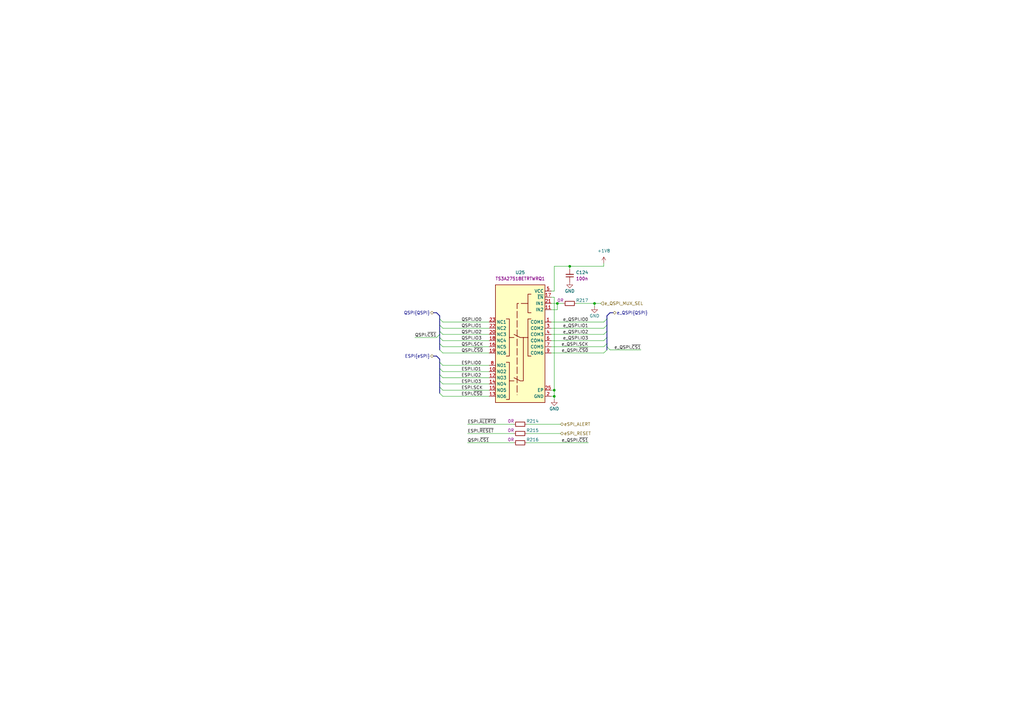
<source format=kicad_sch>
(kicad_sch (version 20250114) (generator "eeschema") (generator_version "9.0")
  (paper "A3")
  (title_block (title "BMC Reference Carrier Board") (date "2025-10-13") (rev "1.1.0"))
  (lib_symbols
    (symbol "antmicroCapacitors0402:C_100n_0402" (pin_numbers (hide yes)) (pin_names (hide yes))
      (property "Reference" "C" (at 20.32 -5.08 0))
      (property "Val" "100n" (at 20.32 -7.62 0))
      (symbol "C_100n_0402_0_1"
        (polyline (pts (xy 2.032 -1.524) (xy 2.032 1.524)) (stroke (width 0.3048)))
        (polyline (pts (xy 3.048 -1.524) (xy 3.048 1.524)) (stroke (width 0.3302)))
      )
      (symbol "C_100n_0402_1_1"
        (pin passive line (at 0 0 0) (length 2.032) (name "~") (number "1"))
        (pin passive line (at 5.08 0 180) (length 2.032) (name "~") (number "2"))
      )
    )
    (symbol "antmicroInterfaceAnalogSwitchesMultiplexersDemultiplexers:TS3A27518E_QFN"
      (property "Reference" "U" (at 39.37 -2.54 0))
      (property "MPN" "TS3A27518ETRTWRQ1" (at 39.37 -12.7 0))
      (symbol "TS3A27518E_QFN_1_1"
        (rectangle (start 2.54 2.54) (end 22.86 -45.72) (stroke (width 0.254)) (fill (type background)))
        (polyline (pts (xy 8.255 -8.89) (xy 9.525 -8.89) (xy 9.525 -1.27) (xy 8.255 -1.27)) (stroke (width 0.254)))
        (polyline (pts (xy 9.525 -5.08) (xy 13.97 -5.08) (xy 13.97 -42.545)) (stroke (width 0.254) (type dash)))
        (polyline (pts (xy 9.525 -19.05) (xy 11.43 -19.05)) (stroke (width 0.254)))
        (polyline (pts (xy 9.525 -19.05) (xy 9.525 -11.43) (xy 8.255 -11.43)) (stroke (width 0.254)))
        (polyline (pts (xy 9.525 -19.05) (xy 9.525 -26.67) (xy 8.255 -26.67)) (stroke (width 0.254)))
        (polyline (pts (xy 11.43 -19.05) (xy 12.7 -19.05) (xy 15.24 -17.78)) (stroke (width 0.254)))
        (polyline (pts (xy 11.43 -19.05) (xy 11.43 -36.83) (xy 12.7 -36.83) (xy 15.24 -35.56)) (stroke (width 0.254)))
        (polyline (pts (xy 17.145 -19.05) (xy 15.24 -19.05)) (stroke (width 0.254)))
        (polyline (pts (xy 17.145 -19.05) (xy 17.145 -11.43) (xy 18.415 -11.43)) (stroke (width 0.254)))
        (polyline (pts (xy 17.145 -19.05) (xy 17.145 -26.67) (xy 18.415 -26.67)) (stroke (width 0.254)))
        (polyline (pts (xy 17.145 -36.83) (xy 15.24 -36.83)) (stroke (width 0.254)))
        (polyline (pts (xy 17.145 -36.83) (xy 17.145 -29.21) (xy 18.415 -29.21)) (stroke (width 0.254)))
        (polyline (pts (xy 17.145 -36.83) (xy 17.145 -44.45) (xy 18.415 -44.45)) (stroke (width 0.254)))
        (pin power_in line (at 0 0 0) (length 2.54) (name "VCC") (number "5"))
        (pin input line (at 0 -2.54 0) (length 2.54) (name "~{EN}") (number "17"))
        (pin input line (at 0 -5.08 0) (length 2.54) (name "IN1") (number "21"))
        (pin input line (at 0 -7.62 0) (length 2.54) (name "IN2") (number "11"))
        (pin passive line (at 0 -12.7 0) (length 2.54) (name "COM1") (number "1"))
        (pin passive line (at 0 -15.24 0) (length 2.54) (name "COM2") (number "3"))
        (pin passive line (at 0 -17.78 0) (length 2.54) (name "COM3") (number "4"))
        (pin passive line (at 0 -20.32 0) (length 2.54) (name "COM4") (number "6"))
        (pin passive line (at 0 -22.86 0) (length 2.54) (name "COM5") (number "7"))
        (pin passive line (at 0 -25.4 0) (length 2.54) (name "COM6") (number "9"))
        (pin power_in line (at 0 -40.64 0) (length 2.54) (name "EP") (number "25"))
        (pin power_in line (at 0 -43.18 0) (length 2.54) (name "GND") (number "2"))
        (pin no_connect line (at 2.54 -38.1 0) (length 2.54) (hide yes) (name "NC") (number "24"))
        (pin passive line (at 25.4 -12.7 180) (length 2.54) (name "NC1") (number "23"))
        (pin passive line (at 25.4 -15.24 180) (length 2.54) (name "NC2") (number "22"))
        (pin passive line (at 25.4 -17.78 180) (length 2.54) (name "NC3") (number "20"))
        (pin passive line (at 25.4 -20.32 180) (length 2.54) (name "NC4") (number "18"))
        (pin passive line (at 25.4 -22.86 180) (length 2.54) (name "NC5") (number "16"))
        (pin passive line (at 25.4 -25.4 180) (length 2.54) (name "NC6") (number "19"))
        (pin passive line (at 25.4 -30.48 180) (length 2.54) (name "NO1") (number "8"))
        (pin passive line (at 25.4 -33.02 180) (length 2.54) (name "NO2") (number "10"))
        (pin passive line (at 25.4 -35.56 180) (length 2.54) (name "NO3") (number "12"))
        (pin passive line (at 25.4 -38.1 180) (length 2.54) (name "NO4") (number "14"))
        (pin passive line (at 25.4 -40.64 180) (length 2.54) (name "NO5") (number "15"))
        (pin passive line (at 25.4 -43.18 180) (length 2.54) (name "NO6") (number "13"))
      )
    )
    (symbol "antmicroResistors0402:R_0R_0402" (pin_numbers (hide yes)) (pin_names (hide yes))
      (property "Reference" "R" (at 20.32 -5.08 0))
      (property "Val" "0R" (at 20.32 -7.62 0))
      (symbol "R_0R_0402_0_1"
        (rectangle (start 0.635 0.889) (end 4.445 -0.889) (stroke (width 0.254)))
      )
      (symbol "R_0R_0402_1_1"
        (pin passive line (at 0 0 0) (length 0.635) (name "~") (number "1"))
        (pin passive line (at 5.08 0 180) (length 0.635) (name "~") (number "2"))
      )
    )
    (symbol "antmicropower:+1V8" (power) (pin_numbers (hide yes)) (pin_names (hide yes))
      (property "Value" "+1V8" (at -3.175 2.54 0))
      (symbol "+1V8_1_1"
        (polyline (pts (xy -0.762 1.27) (xy 0 2.54)) (fill (type background)))
        (polyline (pts (xy 0 2.54) (xy 0.762 1.27)) (fill (type background)))
        (polyline (pts (xy 0 0) (xy 0 2.54)) (fill (type background)))
        (pin power_in line (at 0 0 90) (length 0) (hide yes) (name "+1V8") (number "1"))
      )
    )
    (symbol "antmicropower:GND" (power) (pin_numbers (hide yes)) (pin_names (hide yes))
      (property "Value" "GND" (at 8.89 -5.08 0))
      (symbol "GND_1_1"
        (polyline (pts (xy 0 0) (xy 0 -1.27) (xy 1.27 -1.27) (xy 0 -2.54) (xy -1.27 -1.27) (xy 0 -1.27)))
        (pin power_in line (at 0 0 270) (length 0) (name "GND") (number "1"))
      )
    )
  )
  (junction (at 243.84 124.46))
  (junction (at 227.33 160.02))
  (junction (at 228.6 124.46))
  (junction (at 227.33 162.56))
  (junction (at 233.68 109.22))
  (bus_entry (at 180.34 135.89) (size 1.27 1.27))
  (bus_entry (at 248.92 140.97) (size -1.27 1.27))
  (bus_entry (at 248.92 133.35) (size -1.27 1.27))
  (bus_entry (at 180.34 156.21) (size 1.27 1.27))
  (bus_entry (at 180.34 161.29) (size 1.27 1.27))
  (bus_entry (at 180.34 130.81) (size 1.27 1.27))
  (bus_entry (at 180.34 148.59) (size 1.27 1.27))
  (bus_entry (at 180.34 133.35) (size 1.27 1.27))
  (bus_entry (at 180.34 140.97) (size 1.27 1.27))
  (bus_entry (at 248.92 130.81) (size -1.27 1.27))
  (bus_entry (at 180.34 151.13) (size 1.27 1.27))
  (bus_entry (at 180.34 137.16) (size -1.27 1.27))
  (bus_entry (at 248.92 143.51) (size -1.27 1.27))
  (bus_entry (at 248.92 135.89) (size -1.27 1.27))
  (bus_entry (at 180.34 158.75) (size 1.27 1.27))
  (bus_entry (at 180.34 138.43) (size 1.27 1.27))
  (bus_entry (at 180.34 153.67) (size 1.27 1.27))
  (bus_entry (at 180.34 143.51) (size 1.27 1.27))
  (bus_entry (at 248.92 142.24) (size 1.27 1.27))
  (bus_entry (at 248.92 138.43) (size -1.27 1.27))
  (bus (pts (xy 248.92 142.24) (xy 248.92 143.51)))
  (wire (pts (xy 181.61 134.62) (xy 200.66 134.62)))
  (wire (pts (xy 181.61 132.08) (xy 200.66 132.08)))
  (wire (pts (xy 262.89 143.51) (xy 250.19 143.51)))
  (wire (pts (xy 247.65 134.62) (xy 226.06 134.62)))
  (wire (pts (xy 233.68 109.22) (xy 247.65 109.22)))
  (wire (pts (xy 228.6 127) (xy 228.6 124.46)))
  (wire (pts (xy 247.65 139.7) (xy 226.06 139.7)))
  (wire (pts (xy 227.33 109.22) (xy 227.33 119.38)))
  (bus (pts (xy 177.8 128.27) (xy 179.07 128.27)))
  (wire (pts (xy 227.33 119.38) (xy 226.06 119.38)))
  (wire (pts (xy 227.33 160.02) (xy 227.33 121.92)))
  (wire (pts (xy 181.61 152.4) (xy 200.66 152.4)))
  (bus (pts (xy 180.34 133.35) (xy 180.34 135.89)))
  (bus (pts (xy 180.34 148.59) (xy 180.34 151.13)))
  (wire (pts (xy 181.61 139.7) (xy 200.66 139.7)))
  (bus (pts (xy 180.34 156.21) (xy 180.34 158.75)))
  (bus (pts (xy 248.92 138.43) (xy 248.92 140.97)))
  (wire (pts (xy 243.84 124.46) (xy 243.84 125.73)))
  (bus (pts (xy 248.92 133.35) (xy 248.92 135.89)))
  (wire (pts (xy 227.33 162.56) (xy 226.06 162.56)))
  (wire (pts (xy 181.61 137.16) (xy 200.66 137.16)))
  (wire (pts (xy 228.6 124.46) (xy 226.06 124.46)))
  (bus (pts (xy 177.8 146.05) (xy 179.07 146.05)))
  (wire (pts (xy 247.65 132.08) (xy 226.06 132.08)))
  (bus (pts (xy 180.34 135.89) (xy 180.34 137.16)))
  (wire (pts (xy 247.65 142.24) (xy 226.06 142.24)))
  (bus (pts (xy 180.34 130.81) (xy 180.34 133.35)))
  (wire (pts (xy 181.61 149.86) (xy 200.66 149.86)))
  (wire (pts (xy 243.84 124.46) (xy 236.22 124.46)))
  (wire (pts (xy 227.33 121.92) (xy 226.06 121.92)))
  (wire (pts (xy 179.07 138.43) (xy 170.18 138.43)))
  (bus (pts (xy 248.92 140.97) (xy 248.92 142.24)))
  (wire (pts (xy 227.33 162.56) (xy 227.33 160.02)))
  (wire (pts (xy 181.61 162.56) (xy 200.66 162.56)))
  (wire (pts (xy 210.82 173.99) (xy 191.77 173.99)))
  (bus (pts (xy 248.92 130.81) (xy 248.92 133.35)))
  (bus (pts (xy 180.34 138.43) (xy 180.34 140.97)))
  (wire (pts (xy 181.61 157.48) (xy 200.66 157.48)))
  (wire (pts (xy 229.87 173.99) (xy 215.9 173.99)))
  (bus (pts (xy 180.34 137.16) (xy 180.34 138.43)))
  (wire (pts (xy 241.3 181.61) (xy 215.9 181.61)))
  (wire (pts (xy 191.77 181.61) (xy 210.82 181.61)))
  (wire (pts (xy 247.65 107.95) (xy 247.65 109.22)))
  (bus (pts (xy 180.34 147.32) (xy 180.34 148.59)))
  (wire (pts (xy 210.82 177.8) (xy 191.77 177.8)))
  (bus (pts (xy 180.34 140.97) (xy 180.34 143.51)))
  (wire (pts (xy 181.61 142.24) (xy 200.66 142.24)))
  (wire (pts (xy 181.61 144.78) (xy 200.66 144.78)))
  (bus (pts (xy 251.46 128.27) (xy 250.19 128.27)))
  (wire (pts (xy 229.87 177.8) (xy 215.9 177.8)))
  (wire (pts (xy 233.68 109.22) (xy 233.68 110.49)))
  (wire (pts (xy 246.38 124.46) (xy 243.84 124.46)))
  (wire (pts (xy 247.65 144.78) (xy 226.06 144.78)))
  (bus (pts (xy 180.34 129.54) (xy 180.34 130.81)))
  (wire (pts (xy 226.06 127) (xy 228.6 127)))
  (bus (pts (xy 248.92 135.89) (xy 248.92 138.43)))
  (bus (pts (xy 179.07 128.27) (xy 180.34 129.54)))
  (wire (pts (xy 227.33 160.02) (xy 226.06 160.02)))
  (bus (pts (xy 180.34 151.13) (xy 180.34 153.67)))
  (wire (pts (xy 247.65 137.16) (xy 226.06 137.16)))
  (bus (pts (xy 250.19 128.27) (xy 248.92 129.54)))
  (bus (pts (xy 179.07 146.05) (xy 180.34 147.32)))
  (bus (pts (xy 248.92 129.54) (xy 248.92 130.81)))
  (wire (pts (xy 231.14 124.46) (xy 228.6 124.46)))
  (bus (pts (xy 180.34 158.75) (xy 180.34 161.29)))
  (bus (pts (xy 180.34 153.67) (xy 180.34 156.21)))
  (wire (pts (xy 181.61 160.02) (xy 200.66 160.02)))
  (wire (pts (xy 227.33 163.83) (xy 227.33 162.56)))
  (wire (pts (xy 233.68 109.22) (xy 227.33 109.22)))
  (wire (pts (xy 181.61 154.94) (xy 200.66 154.94)))
  (label "e_QSPI.SCK" (at 241.3 142.24 180))
  (label "ESPI.SCK" (at 189.23 160.02 0))
  (label "QSPI.~{CS1}" (at 191.77 181.61 0))
  (label "ESPI.IO0" (at 189.23 149.86 0))
  (label "ESPI.IO1" (at 189.23 152.4 0))
  (label "e_QSPI.~{CS1}" (at 262.89 143.51 180))
  (label "e_QSPI.IO2" (at 241.3 137.16 180))
  (label "QSPI.IO0" (at 189.23 132.08 0))
  (label "e_QSPI.~{CS1}" (at 241.3 181.61 180))
  (label "QSPI.IO1" (at 189.23 134.62 0))
  (label "ESPI.IO2" (at 189.23 154.94 0))
  (label "ESPI.~{RESET}" (at 191.77 177.8 0))
  (label "ESPI.~{ALERT0}" (at 191.77 173.99 0))
  (label "QSPI.SCK" (at 189.23 142.24 0))
  (label "e_QSPI.IO0" (at 241.3 132.08 180))
  (label "e_QSPI.IO1" (at 241.3 134.62 180))
  (label "QSPI.IO3" (at 189.23 139.7 0))
  (label "QSPI.~{CS1}" (at 170.18 138.43 0))
  (label "QSPI.~{CS0}" (at 189.23 144.78 0))
  (label "QSPI.IO2" (at 189.23 137.16 0))
  (label "ESPI.IO3" (at 189.23 157.48 0))
  (label "e_QSPI.~{CS0}" (at 241.3 144.78 180))
  (label "ESPI.~{CS0}" (at 189.23 162.56 0))
  (label "e_QSPI.IO3" (at 241.3 139.7 180))
  (hierarchical_label "QSPI{QSPI}" (shape bidirectional) (at 177.8 128.27 180))
  (hierarchical_label "e_QSPI_MUX_SEL" (shape input) (at 246.38 124.46 0))
  (hierarchical_label "e_QSPI{QSPI}" (shape bidirectional) (at 251.46 128.27 0))
  (hierarchical_label "eSPI_RESET" (shape bidirectional) (at 229.87 177.8 0))
  (hierarchical_label "eSPI_ALERT" (shape bidirectional) (at 229.87 173.99 0))
  (hierarchical_label "ESPI{eSPI}" (shape bidirectional) (at 177.8 146.05 180))
  (symbol (lib_id "antmicroResistors0402:R_0R_0402") (at 215.9 181.61 0) (mirror y) (unit 1)
    (property "Reference" "R216" (at 218.44 180.34 0))
    (property "Value" "R_0R_0402" (effects (hide yes)))
    (property "Footprint" "antmicro-footprints:R_0402_1005Metric" (effects (hide yes)))
    (property "Datasheet" "https://industrial.panasonic.com/cdbs/www-data/pdf/RDA0000/AOA0000C301.pdf" (effects (hide yes)))
    (property "Description" "SMD Chip Resistor, Jumper, 0 ohm, 100 mW, 0402 [1005 Metric], Thick Film, General Purpose" (effects (hide yes)))
    (property "MPN" "ERJ2GE0R00X" (effects (hide yes)))
    (property "Manufacturer" "Panasonic" (effects (hide yes)))
    (property "License" "Apache-2.0" (effects (hide yes)))
    (property "Author" "Antmicro" (effects (hide yes)))
    (property "Val" "0R" (at 209.55 180.34 0))
    (property "Current" "1A" (effects (hide yes)))
  )
  (symbol (lib_id "antmicropower:GND") (at 233.68 115.57 0) (mirror y) (unit 1)
    (property "Reference" "#PWR0228" (effects (hide yes)))
    (property "Value" "GND" (at 233.68 119.38 0))
    (property "Author" "Antmicro" (effects (hide yes)))
    (property "License" "Apache-2.0" (effects (hide yes)))
  )
  (symbol (lib_id "antmicropower:GND") (at 243.84 125.73 0) (mirror y) (unit 1)
    (property "Reference" "#PWR0430" (effects (hide yes)))
    (property "Value" "GND" (at 243.84 129.54 0))
    (property "Author" "Antmicro" (effects (hide yes)))
    (property "License" "Apache-2.0" (effects (hide yes)))
  )
  (symbol (lib_id "antmicroInterfaceAnalogSwitchesMultiplexersDemultiplexers:TS3A27518E_QFN") (at 226.06 119.38 0) (mirror y) (unit 1)
    (property "Reference" "U25" (at 213.36 111.76 0))
    (property "Value" "TS3A27518E_QFN" (effects (hide yes)))
    (property "Footprint" "antmicro-footprints:QFN-24-1EP_4x4mm_P0.5mm_EP2.6x2.6mm" (effects (hide yes)))
    (property "Datasheet" "https://www.ti.com/lit/ds/symlink/ts3a27518e-q1.pdf?HQS=dis-mous-null-mousermode-dsf-pf-null-wwe&ts=1685014732392&ref_url=https%253A%252F%252Fwww.mouser.com%252F" (effects (hide yes)))
    (property "Description" "Interface analog switch/multiplexer/demultiplexer" (effects (hide yes)))
    (property "MPN" "TS3A27518ETRTWRQ1" (at 213.36 114.3 0))
    (property "Manufacturer" "Texas Instruments" (effects (hide yes)))
    (property "Author" "Antmicro" (effects (hide yes)))
    (property "License" "Apache-2.0" (effects (hide yes)))
  )
  (symbol (lib_id "antmicropower:GND") (at 227.33 163.83 0) (mirror y) (unit 1)
    (property "Reference" "#PWR0227" (effects (hide yes)))
    (property "Value" "GND" (at 227.33 167.64 0))
    (property "Author" "Antmicro" (effects (hide yes)))
    (property "License" "Apache-2.0" (effects (hide yes)))
  )
  (symbol (lib_id "antmicroResistors0402:R_0R_0402") (at 215.9 177.8 0) (mirror y) (unit 1)
    (property "Reference" "R215" (at 218.44 176.53 0))
    (property "Value" "R_0R_0402" (effects (hide yes)))
    (property "Footprint" "antmicro-footprints:R_0402_1005Metric" (effects (hide yes)))
    (property "Datasheet" "https://industrial.panasonic.com/cdbs/www-data/pdf/RDA0000/AOA0000C301.pdf" (effects (hide yes)))
    (property "Description" "SMD Chip Resistor, Jumper, 0 ohm, 100 mW, 0402 [1005 Metric], Thick Film, General Purpose" (effects (hide yes)))
    (property "MPN" "ERJ2GE0R00X" (effects (hide yes)))
    (property "Manufacturer" "Panasonic" (effects (hide yes)))
    (property "License" "Apache-2.0" (effects (hide yes)))
    (property "Author" "Antmicro" (effects (hide yes)))
    (property "Val" "0R" (at 209.55 176.53 0))
    (property "Current" "1A" (effects (hide yes)))
  )
  (symbol (lib_id "antmicroResistors0402:R_0R_0402") (at 236.22 124.46 0) (mirror y) (unit 1)
    (property "Reference" "R217" (at 238.76 123.19 0))
    (property "Value" "R_0R_0402" (effects (hide yes)))
    (property "Footprint" "antmicro-footprints:R_0402_1005Metric" (effects (hide yes)))
    (property "Datasheet" "https://industrial.panasonic.com/cdbs/www-data/pdf/RDA0000/AOA0000C301.pdf" (effects (hide yes)))
    (property "Description" "SMD Chip Resistor, Jumper, 0 ohm, 100 mW, 0402 [1005 Metric], Thick Film, General Purpose" (effects (hide yes)))
    (property "MPN" "ERJ2GE0R00X" (effects (hide yes)))
    (property "Manufacturer" "Panasonic" (effects (hide yes)))
    (property "License" "Apache-2.0" (effects (hide yes)))
    (property "Author" "Antmicro" (effects (hide yes)))
    (property "Val" "0R" (at 229.87 123.19 0))
    (property "Current" "1A" (effects (hide yes)))
  )
  (symbol (lib_id "antmicropower:+1V8") (at 247.65 107.95 0) (unit 1)
    (property "Reference" "#PWR0229" (effects (hide yes)))
    (property "Value" "+1V8" (at 247.65 102.87 0))
    (property "Author" "Antmicro" (effects (hide yes)))
    (property "License" "Apache-2.0" (effects (hide yes)))
  )
  (symbol (lib_id "antmicroResistors0402:R_0R_0402") (at 215.9 173.99 0) (mirror y) (unit 1)
    (property "Reference" "R214" (at 218.44 172.72 0))
    (property "Value" "R_0R_0402" (effects (hide yes)))
    (property "Footprint" "antmicro-footprints:R_0402_1005Metric" (effects (hide yes)))
    (property "Datasheet" "https://industrial.panasonic.com/cdbs/www-data/pdf/RDA0000/AOA0000C301.pdf" (effects (hide yes)))
    (property "Description" "SMD Chip Resistor, Jumper, 0 ohm, 100 mW, 0402 [1005 Metric], Thick Film, General Purpose" (effects (hide yes)))
    (property "MPN" "ERJ2GE0R00X" (effects (hide yes)))
    (property "Manufacturer" "Panasonic" (effects (hide yes)))
    (property "License" "Apache-2.0" (effects (hide yes)))
    (property "Author" "Antmicro" (effects (hide yes)))
    (property "Val" "0R" (at 209.55 172.72 0))
    (property "Current" "1A" (effects (hide yes)))
  )
  (symbol (lib_id "antmicroCapacitors0402:C_100n_0402") (at 233.68 115.57 90) (unit 1)
    (property "Reference" "C124" (at 236.22 111.7536 90) (effects (justify right)))
    (property "Value" "C_100n_0402" (effects (hide yes)))
    (property "Footprint" "antmicro-footprints:C_0402_1005Metric" (effects (hide yes)))
    (property "Datasheet" "https://www.murata.com/products/productdetail?partno=GRM155R61H104KE14%23" (effects (hide yes)))
    (property "Description" "SMD Multilayer Ceramic Capacitor, 0.1 µF, 50 V, 0402 [1005 Metric], ± 10%, X5R, GRM Series" (effects (hide yes)))
    (property "MPN" "GRM155R61H104KE14D" (effects (hide yes)))
    (property "Manufacturer" "Murata" (effects (hide yes)))
    (property "License" "Apache-2.0" (effects (hide yes)))
    (property "Author" "Antmicro" (effects (hide yes)))
    (property "Val" "100n" (at 236.22 114.2936 90) (effects (justify right)))
    (property "Voltage" "50V" (effects (hide yes)))
    (property "Dielectric" "X5R" (effects (hide yes)))
  )
)
</source>
